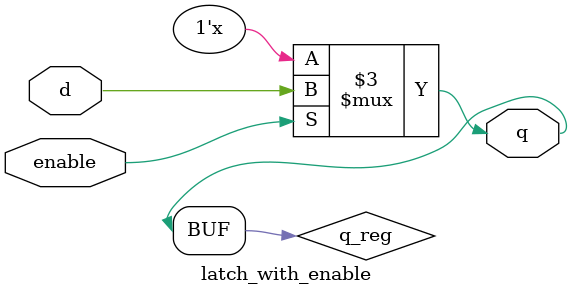
<source format=v>
module latch_with_enable (
    input  d,
    input  enable,
    output q
);
  reg q_reg;
  always @(d, enable) begin
    if (enable) q_reg = d;
  end
  assign q = q_reg;
endmodule


</source>
